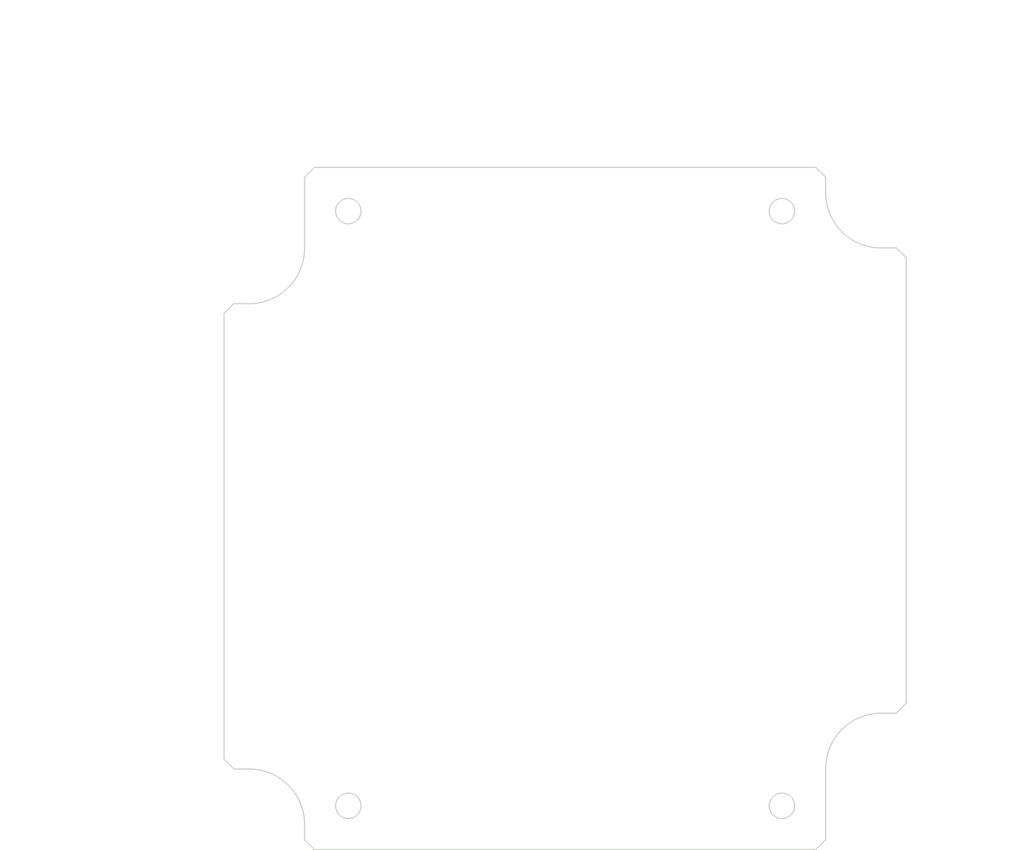
<source format=kicad_pcb>
(kicad_pcb (version 20221018) (generator pcbnew)

  (general
    (thickness 1.6)
  )

  (paper "A4")
  (layers
    (0 "F.Cu" signal)
    (31 "B.Cu" signal)
    (32 "B.Adhes" user "B.Adhesive")
    (33 "F.Adhes" user "F.Adhesive")
    (34 "B.Paste" user)
    (35 "F.Paste" user)
    (36 "B.SilkS" user "B.Silkscreen")
    (37 "F.SilkS" user "F.Silkscreen")
    (38 "B.Mask" user)
    (39 "F.Mask" user)
    (40 "Dwgs.User" user "User.Drawings")
    (41 "Cmts.User" user "User.Comments")
    (42 "Eco1.User" user "User.Eco1")
    (43 "Eco2.User" user "User.Eco2")
    (44 "Edge.Cuts" user)
    (45 "Margin" user)
    (46 "B.CrtYd" user "B.Courtyard")
    (47 "F.CrtYd" user "F.Courtyard")
    (48 "B.Fab" user)
    (49 "F.Fab" user)
  )

  (setup
    (pad_to_mask_clearance 0.051)
    (solder_mask_min_width 0.25)
    (pcbplotparams
      (layerselection 0x00010fc_ffffffff)
      (plot_on_all_layers_selection 0x0000000_00000000)
      (disableapertmacros false)
      (usegerberextensions false)
      (usegerberattributes false)
      (usegerberadvancedattributes false)
      (creategerberjobfile false)
      (dashed_line_dash_ratio 12.000000)
      (dashed_line_gap_ratio 3.000000)
      (svgprecision 4)
      (plotframeref false)
      (viasonmask false)
      (mode 1)
      (useauxorigin false)
      (hpglpennumber 1)
      (hpglpenspeed 20)
      (hpglpendiameter 15.000000)
      (dxfpolygonmode true)
      (dxfimperialunits true)
      (dxfusepcbnewfont true)
      (psnegative false)
      (psa4output false)
      (plotreference true)
      (plotvalue true)
      (plotinvisibletext false)
      (sketchpadsonfab false)
      (subtractmaskfromsilk false)
      (outputformat 1)
      (mirror false)
      (drillshape 1)
      (scaleselection 1)
      (outputdirectory "")
    )
  )

  (net 0 "")

  (gr_line (start 97.480234 80.472507) (end 90.061938 80.472507)
    (stroke (width 0.2) (type solid)) (layer "Dwgs.User") (tstamp 0064a71a-05e4-434b-9e77-b71ccf4f0a60))
  (gr_line (start 78.617945 70.885007) (end 78.617945 106.927616)
    (stroke (width 0.2) (type solid)) (layer "Dwgs.User") (tstamp 02ca2724-3893-4663-9484-5b78e6755c6a))
  (gr_line (start 127.981248 66.324421) (end 125.981248 66.324421)
    (stroke (width 0.2) (type solid)) (layer "Dwgs.User") (tstamp 078c30d2-9397-4303-8d36-388ceba6470b))
  (gr_line (start 206.350251 144.412558) (end 204.350251 144.412558)
    (stroke (width 0.2) (type solid)) (layer "Dwgs.User") (tstamp 17c2d40b-c3f0-4c89-87f8-7215a1b94e8f))
  (gr_line (start 108.480234 35.196133) (end 99.480234 35.196133)
    (stroke (width 0.2) (type solid)) (layer "Dwgs.User") (tstamp 18a01c82-d95a-4dd9-8d8e-441733572aae))
  (gr_line (start 111.067734 46.885007) (end 88.364799 46.885007)
    (stroke (width 0.2) (type solid)) (layer "Dwgs.User") (tstamp 36d7e329-6795-49da-8a7a-8b2bdf24d853))
  (gr_line (start 117.539799 54.034571) (end 117.539799 53.854571)
    (stroke (width 0.2) (type solid)) (layer "Dwgs.User") (tstamp 37eab8d9-b8f7-4f2a-94fb-5db83e13e8f6))
  (gr_line (start 122.153271 46.885007) (end 122.153271 41.640577)
    (stroke (width 0.2) (type solid)) (layer "Dwgs.User") (tstamp 445322d3-ffb2-44de-982f-8cee8ad84765))
  (gr_line (start 110.480234 47.472507) (end 110.480234 25.576688)
    (stroke (width 0.2) (type solid)) (layer "Dwgs.User") (tstamp 47f81315-1caf-4017-ac4d-d47de0000aa0))
  (gr_line (start 122.153271 41.640577) (end 124.153271 41.640577)
    (stroke (width 0.2) (type solid)) (layer "Dwgs.User") (tstamp 4ea03b62-1149-46c2-b92d-27f669226c6c))
  (gr_line (start 115.539799 80.472507) (end 99.480234 80.472507)
    (stroke (width 0.2) (type solid)) (layer "Dwgs.User") (tstamp 5422bf51-4be5-49cd-ac89-fde50053deff))
  (gr_line (start 100.539799 68.885007) (end 88.364799 68.885007)
    (stroke (width 0.2) (type solid)) (layer "Dwgs.User") (tstamp 596fcb4c-9d95-4d41-98b4-f7708840bf03))
  (gr_line (start 222.595 55.944571) (end 222.595 98.387136)
    (stroke (width 0.2) (type solid)) (layer "Dwgs.User") (tstamp 5b1dae90-85e1-487e-8675-3243284b38f0))
  (gr_line (start 97.480234 35.196133) (end 94.216658 35.196133)
    (stroke (width 0.2) (type solid)) (layer "Dwgs.User") (tstamp 5d40dcc2-85a4-471d-a4b5-9c989d546801))
  (gr_line (start 112.480234 28.751688) (end 153.738763 28.751688)
    (stroke (width 0.2) (type solid)) (layer "Dwgs.User") (tstamp 5d9a22b7-aa83-47b0-a748-7e47ff67f369))
  (gr_line (start 194.599363 47.472507) (end 194.599363 25.576688)
    (stroke (width 0.2) (type solid)) (layer "Dwgs.User") (tstamp 5da7a80d-2731-4c2c-b9a9-ba5a6a143533))
  (gr_line (start 99.480234 23.138785) (end 138.204519 23.138785)
    (stroke (width 0.2) (type solid)) (layer "Dwgs.User") (tstamp 6b0c531c-6211-49eb-8a88-ec8c48855652))
  (gr_line (start 91.539799 66.885007) (end 91.539799 66.460887)
    (stroke (width 0.2) (type solid)) (layer "Dwgs.User") (tstamp 6f7a9129-a27c-44e3-b99b-44e08fd23ce2))
  (gr_line (start 118.539799 53.944571) (end 125.328271 53.944571)
    (stroke (width 0.2) (type solid)) (layer "Dwgs.User") (tstamp 744e9ddc-4a9f-4b52-bcd4-4117db3ad74e))
  (gr_line (start 125.981248 66.324421) (end 119.821432 57.290711)
    (stroke (width 0.2) (type solid)) (layer "Dwgs.User") (tstamp 7cd89112-23be-4675-a76c-a390f2ff087a))
  (gr_line (start 119.539799 35.611903) (end 141.04054 35.611903)
    (stroke (width 0.2) (type solid)) (layer "Dwgs.User") (tstamp 7da47e29-e1a7-4c03-8c70-4c2eb782bcf2))
  (gr_line (start 78.617945 142.004136) (end 78.617945 114.042486)
    (stroke (width 0.2) (type solid)) (layer "Dwgs.User") (tstamp 84acb79e-e5c0-459b-b2b6-fa6cd9aec0b2))
  (gr_line (start 187.539799 52.944571) (end 187.539799 32.436903)
    (stroke (width 0.2) (type solid)) (layer "Dwgs.User") (tstamp 86a71f3e-8ae4-4642-b919-0c96bd557a88))
  (gr_line (start 207.599363 60.472507) (end 207.599363 19.963785)
    (stroke (width 0.2) (type solid)) (layer "Dwgs.User") (tstamp 8704d10b-7ab6-439c-8748-c9976a4f187e))
  (gr_line (start 91.539799 48.885007) (end 91.539799 59.346016)
    (stroke (width 0.2) (type solid)) (layer "Dwgs.User") (tstamp 8abe1a08-3e86-4203-af45-f336c34bcae0))
  (gr_line (start 185.539799 35.611903) (end 149.129762 35.611903)
    (stroke (width 0.2) (type solid)) (layer "Dwgs.User") (tstamp a3d70f36-5287-42a8-810b-53e25d246f72))
  (gr_line (start 205.599363 23.138785) (end 147.60295 23.138785)
    (stroke (width 0.2) (type solid)) (layer "Dwgs.User") (tstamp a73ad9cd-369c-4b59-8c91-a40ee9114986))
  (gr_line (start 122.153271 51.944571) (end 122.153271 48.885007)
    (stroke (width 0.2) (type solid)) (layer "Dwgs.User") (tstamp afe98a98-ae7e-4993-8e76-c3ca3b6cfb84))
  (gr_line (start 117.449799 53.944571) (end 117.629799 53.944571)
    (stroke (width 0.2) (type solid)) (layer "Dwgs.User") (tstamp b25d9746-9e31-483c-914e-13ba5d0da992))
  (gr_line (start 111.067734 157.004136) (end 62.892734 157.004136)
    (stroke (width 0.2) (type solid)) (layer "Dwgs.User") (tstamp bc04e846-1ec9-4949-ae4e-a807e94ecb17))
  (gr_line (start 222.595 147.944571) (end 222.595 105.502006)
    (stroke (width 0.2) (type solid)) (layer "Dwgs.User") (tstamp c1f6ea4f-de0f-47b8-866e-87a7a7578a23))
  (gr_line (start 110.480234 47.472507) (end 110.480234 32.021133)
    (stroke (width 0.2) (type solid)) (layer "Dwgs.User") (tstamp c44c4b19-b23a-4ffa-8067-25598483df1e))
  (gr_line (start 97.480234 69.472507) (end 97.480234 19.963785)
    (stroke (width 0.2) (type solid)) (layer "Dwgs.User") (tstamp c6e36880-378f-4210-9ef1-061e5d15a42b))
  (gr_line (start 111.067734 46.885007) (end 62.892734 46.885007)
    (stroke (width 0.2) (type solid)) (layer "Dwgs.User") (tstamp caf0738c-d33a-426b-bf8e-f8ea708a72ab))
  (gr_line (start 204.350251 144.412558) (end 197.529436 140.473955)
    (stroke (width 0.2) (type solid)) (layer "Dwgs.User") (tstamp cda9c86e-0f3c-4dbd-b49b-ea0e93b6d0bc))
  (gr_line (start 66.067734 48.885007) (end 66.067734 93.606527)
    (stroke (width 0.2) (type solid)) (layer "Dwgs.User") (tstamp d5d21132-34f6-4ae2-a900-5b60ef9a2a18))
  (gr_line (start 66.067734 155.004136) (end 66.067734 100.721398)
    (stroke (width 0.2) (type solid)) (layer "Dwgs.User") (tstamp d9bc9d9e-f4c9-4512-baa2-23dfd302b520))
  (gr_line (start 98.067734 68.885007) (end 75.442945 68.885007)
    (stroke (width 0.2) (type solid)) (layer "Dwgs.User") (tstamp da00322e-bd98-44de-a253-b6752d639d15))
  (gr_line (start 188.539799 53.944571) (end 225.77 53.944571)
    (stroke (width 0.2) (type solid)) (layer "Dwgs.User") (tstamp dad2db40-9ab1-40be-850e-8196f01d106b))
  (gr_line (start 117.539799 52.944571) (end 117.539799 32.436903)
    (stroke (width 0.2) (type solid)) (layer "Dwgs.User") (tstamp de82f352-0df1-4a3a-9129-7f024ba71ab8))
  (gr_line (start 97.480234 69.472507) (end 97.480234 32.021133)
    (stroke (width 0.2) (type solid)) (layer "Dwgs.User") (tstamp df9a36b1-8952-4ee4-af78-8540191b5f7f))
  (gr_line (start 98.067734 144.004136) (end 75.442945 144.004136)
    (stroke (width 0.2) (type solid)) (layer "Dwgs.User") (tstamp e3ce9c9b-c794-4d7f-80e3-245a0ed9ef55))
  (gr_line (start 188.539799 149.944571) (end 225.77 149.944571)
    (stroke (width 0.2) (type solid)) (layer "Dwgs.User") (tstamp e982c143-cbff-4374-8374-f3af6c03d8c5))
  (gr_line (start 192.599363 28.751688) (end 161.81639 28.751688)
    (stroke (width 0.2) (type solid)) (layer "Dwgs.User") (tstamp ed79e7c5-d127-43bf-8768-3a8d8912a679))
  (gr_line (start 117.539799 54.944571) (end 117.539799 83.647507)
    (stroke (width 0.2) (type solid)) (layer "Dwgs.User") (tstamp f3ea6eb9-fd4d-4e96-ad9b-45d21377370d))
  (gr_line (start 101.539799 68.885007) (end 99.067734 68.885007)
    (stroke (width 0.2) (type solid)) (layer "Edge.Cuts") (tstamp 08c8e1db-482f-4651-a04f-093ec0a25ee2))
  (gr_line (start 97.480234 142.416636) (end 99.067734 144.004136)
    (stroke (width 0.2) (type solid)) (layer "Edge.Cuts") (tstamp 0cefad18-2aca-4de2-bce9-4a1cd9f63c24))
  (gr_circle (center 187.539799 53.944571) (end 189.589799 53.944571)
    (stroke (width 0.2) (type solid)) (fill none) (layer "Edge.Cuts") (tstamp 0cf6d4d9-a468-4488-919f-c6abd7efa9c2))
  (gr_line (start 194.599363 50.944571) (end 194.599363 48.472507)
    (stroke (width 0.2) (type solid)) (layer "Edge.Cuts") (tstamp 0ee43906-ddeb-4486-ba35-980f7f0fd882))
  (gr_line (start 112.067734 46.885007) (end 110.480234 48.472507)
    (stroke (width 0.2) (type solid)) (layer "Edge.Cuts") (tstamp 180ef5a2-8945-4733-95f1-2e2f770de200))
  (gr_circle (center 187.539799 149.944571) (end 189.589799 149.944571)
    (stroke (width 0.2) (type solid)) (fill none) (layer "Edge.Cuts") (tstamp 1ce12851-9655-4edb-9667-b65c7e07f44b))
  (gr_line (start 194.599363 48.472507) (end 193.011863 46.885007)
    (stroke (width 0.2) (type solid)) (layer "Edge.Cuts") (tstamp 21dfed33-c635-4d18-98c9-19a70e7c6d9a))
  (gr_arc (start 194.599364 143.944571) (mid 197.217957 137.622729) (end 203.539799 135.004136)
    (stroke (width 0.2) (type solid)) (layer "Edge.Cuts") (tstamp 2510a6c4-cb1e-4260-850c-bc02219805fd))
  (gr_circle (center 117.539799 53.944571) (end 119.589799 53.944571)
    (stroke (width 0.2) (type solid)) (fill none) (layer "Edge.Cuts") (tstamp 291fc1a4-41b3-4438-9e5a-bc5e1f5ab096))
  (gr_arc (start 101.539799 144.004136) (mid 107.861641 146.622729) (end 110.480234 152.944571)
    (stroke (width 0.2) (type solid)) (layer "Edge.Cuts") (tstamp 29724299-6e51-44e9-83ce-7934cb19a20f))
  (gr_line (start 203.539799 135.004136) (end 206.011863 135.004136)
    (stroke (width 0.2) (type solid)) (layer "Edge.Cuts") (tstamp 2fcbee7a-e778-4961-bc88-d677e32ee667))
  (gr_line (start 207.599363 133.416636) (end 207.599363 61.472507)
    (stroke (width 0.2) (type solid)) (layer "Edge.Cuts") (tstamp 42699c32-9b20-484a-8721-b068583a397d))
  (gr_line (start 207.599363 61.472507) (end 206.011863 59.885007)
    (stroke (width 0.2) (type solid)) (layer "Edge.Cuts") (tstamp 6817398e-c14e-4eda-82c4-e27c2c6be04a))
  (gr_line (start 99.067734 144.004136) (end 101.539799 144.004136)
    (stroke (width 0.2) (type solid)) (layer "Edge.Cuts") (tstamp 695bbb60-7746-4887-98ad-69b7381aacd4))
  (gr_arc (start 203.539799 59.885007) (mid 197.217956 57.266414) (end 194.599363 50.944571)
    (stroke (width 0.2) (type solid)) (layer "Edge.Cuts") (tstamp 76f9112d-a042-4d7c-9898-2616b26f3e47))
  (gr_line (start 193.011863 46.885007) (end 112.067734 46.885007)
    (stroke (width 0.2) (type solid)) (layer "Edge.Cuts") (tstamp 8013b643-4712-49f5-ac0a-5884f4f213bc))
  (gr_line (start 112.067734 157.004136) (end 193.011863 157.004136)
    (stroke (width 0.2) (type solid)) (layer "Edge.Cuts") (tstamp 887c0b21-9c16-49a8-af30-e9321acbf601))
  (gr_line (start 110.480234 152.944571) (end 110.480234 155.416636)
    (stroke (width 0.2) (type solid)) (layer "Edge.Cuts") (tstamp 8f04b95f-1185-46d5-b79e-433081148d3f))
  (gr_arc (start 110.480235 59.944571) (mid 107.861642 66.266414) (end 101.539799 68.885007)
    (stroke (width 0.2) (type solid)) (layer "Edge.Cuts") (tstamp 9893fc42-e491-4cda-8384-3bd6982736fc))
  (gr_line (start 193.011863 157.004136) (end 194.599363 155.416636)
    (stroke (width 0.2) (type solid)) (layer "Edge.Cuts") (tstamp 9dbafded-ec71-4b00-8b6e-340fd7af086c))
  (gr_line (start 194.599363 155.416636) (end 194.599363 143.944571)
    (stroke (width 0.2) (type solid)) (layer "Edge.Cuts") (tstamp b09414f8-3939-4bb7-b033-4f03f044dabc))
  (gr_circle (center 117.539799 149.944571) (end 119.589799 149.944571)
    (stroke (width 0.2) (type solid)) (fill none) (layer "Edge.Cuts") (tstamp b1a97b92-0fa7-46b9-96bc-5ede57017109))
  (gr_line (start 97.480234 70.472507) (end 97.480234 142.416636)
    (stroke (width 0.2) (type solid)) (layer "Edge.Cuts") (tstamp b56be6dd-d3d9-455b-8f41-5d162d4a53ee))
  (gr_line (start 110.480234 48.472507) (end 110.480234 59.944571)
    (stroke (width 0.2) (type solid)) (layer "Edge.Cuts") (tstamp b5bbefc6-a50a-4d44-9ef3-9592995f33f5))
  (gr_line (start 110.480234 155.416636) (end 112.067734 157.004136)
    (stroke (width 0.2) (type solid)) (layer "Edge.Cuts") (tstamp bc1629cd-269c-4bd8-83f8-170013bf263e))
  (gr_line (start 99.067734 68.885007) (end 97.480234 70.472507)
    (stroke (width 0.2) (type solid)) (layer "Edge.Cuts") (tstamp c304a642-1dd8-4f2d-90ef-6b20988ce89c))
  (gr_line (start 206.011863 59.885007) (end 203.539799 59.885007)
    (stroke (width 0.2) (type solid)) (layer "Edge.Cuts") (tstamp ce5ea1ac-a24b-47ea-a83a-3fce0af82521))
  (gr_line (start 206.011863 135.004136) (end 207.599363 133.416636)
    (stroke (width 0.2) (type solid)) (layer "Edge.Cuts") (tstamp fbdab504-f8f2-40b9-9b5e-2745fb54f624))
  (gr_text " 84.12" (at 157.777576 27.083714) (layer "Dwgs.User") (tstamp 02c11dcc-23d9-4dcb-9bef-7d3c5508a0cf)
    (effects (font (size 1.7 1.53) (thickness 0.2125)))
  )
  (gr_text "[3.78]" (at 222.595 103.834032) (layer "Dwgs.User") (tstamp 0804857f-7671-4c74-817a-6de2fb37a1ea)
    (effects (font (size 1.7 1.53) (thickness 0.2125)))
  )
  (gr_text "[2.96]" (at 78.617945 112.374512) (layer "Dwgs.User") (tstamp 15a710d2-61a0-4c8a-a3f2-428d68002c6f)
    (effects (font (size 1.7 1.53) (thickness 0.2125)))
  )
  (gr_text "[2.76]" (at 145.085151 37.501365) (layer "Dwgs.User") (tstamp 1df027be-de90-4d69-aee8-43e89fdc0440)
    (effects (font (size 1.7 1.53) (thickness 0.2125)))
  )
  (gr_text "[4.34]" (at 66.067734 99.053424) (layer "Dwgs.User") (tstamp 45906385-c8c7-4fdc-9d13-acaa50bf14fc)
    (effects (font (size 1.7 1.53) (thickness 0.2125)))
  )
  (gr_text "[.28]" (at 127.539799 43.530039) (layer "Dwgs.User") (tstamp 52dcd9f7-d931-48c2-ad25-1b2c63a82fbd)
    (effects (font (size 1.7 1.53) (thickness 0.2125)))
  )
  (gr_text "[.51]" (at 90.172047 37.085594) (layer "Dwgs.User") (tstamp 66993174-c722-487e-9e39-f45ec4153c2c)
    (effects (font (size 1.7 1.53) (thickness 0.2125)))
  )
  (gr_text " 7.06" (at 127.539799 39.972603) (layer "Dwgs.User") (tstamp 6c8d23f5-d191-41a1-a0f4-3f6767f7fc2f)
    (effects (font (size 1.7 1.53) (thickness 0.2125)))
  )
  (gr_text "[R0.35]" (at 210.821022 146.302019) (layer "Dwgs.User") (tstamp 72d1fea1-4f0b-4f98-9a36-c2c5e263baf0)
    (effects (font (size 1.7 1.53) (thickness 0.2125)))
  )
  (gr_text "[4.34]" (at 142.903735 25.028246) (layer "Dwgs.User") (tstamp 808b50c0-1bb8-42c8-991c-7e230e66647c)
    (effects (font (size 1.7 1.53) (thickness 0.2125)))
  )
  (gr_text " 70.00" (at 145.085151 33.943929) (layer "Dwgs.User") (tstamp 869f842b-a3d4-425a-8724-72eb6285ed14)
    (effects (font (size 1.7 1.53) (thickness 0.2125)))
  )
  (gr_text "[.79]" (at 86.015007 82.361968) (layer "Dwgs.User") (tstamp 97d0c61c-ec26-44e7-bc03-1318fae24e95)
    (effects (font (size 1.7 1.53) (thickness 0.2125)))
  )
  (gr_text "[.87]" (at 91.539799 64.792913) (layer "Dwgs.User") (tstamp a11f2707-c90b-460f-a1bf-431778a2b58f)
    (effects (font (size 1.7 1.53) (thickness 0.2125)))
  )
  (gr_text " 110.12" (at 142.903735 21.470811) (layer "Dwgs.User") (tstamp add8b15d-4089-4d9a-b53a-6c92f1df2382)
    (effects (font (size 1.7 1.53) (thickness 0.2125)))
  )
  (gr_text "[3.31]" (at 157.777576 30.641149) (layer "Dwgs.User") (tstamp b72234ce-8116-41d1-88d5-183ba4b18e92)
    (effects (font (size 1.7 1.53) (thickness 0.2125)))
  )
  (gr_text " ∅4.10\n[∅0.16]" (at 132.518117 66.324421) (layer "Dwgs.User") (tstamp bc55d8c8-aec4-4d7d-8302-76966ba81295)
    (effects (font (size 1.7 1.53) (thickness 0.2125)))
  )
  (gr_text " 22.00" (at 91.539799 61.235478) (layer "Dwgs.User") (tstamp d376a556-cfdb-4138-893a-7dc467518f5b)
    (effects (font (size 1.7 1.53) (thickness 0.2125)))
  )
  (gr_text " 75.12" (at 78.617945 108.817077) (layer "Dwgs.User") (tstamp d37ee8b9-dfc2-41d8-a0ae-705c39c43e1c)
    (effects (font (size 1.7 1.53) (thickness 0.2125)))
  )
  (gr_text " 13.00" (at 90.172047 33.527579) (layer "Dwgs.User") (tstamp da22555c-3948-4513-a84d-96c900808275)
    (effects (font (size 1.7 1.53) (thickness 0.2125)))
  )
  (gr_text " 20.06" (at 86.015007 78.804533) (layer "Dwgs.User") (tstamp dd970ff6-6b85-484b-bfbd-5421c1e75edf)
    (effects (font (size 1.7 1.53) (thickness 0.2125)))
  )
  (gr_text " R8.94" (at 210.821022 142.744583) (layer "Dwgs.User") (tstamp e16246cc-2a26-4268-b25d-cf1ce47f36ba)
    (effects (font (size 1.7 1.53) (thickness 0.2125)))
  )
  (gr_text " 96.00" (at 222.595 100.276597) (layer "Dwgs.User") (tstamp f3d3bdd4-4b6d-47d0-99a0-8e1e0795c267)
    (effects (font (size 1.7 1.53) (thickness 0.2125)))
  )
  (gr_text " 110.12" (at 66.067734 95.495988) (layer "Dwgs.User") (tstamp f621d575-c7f9-48f8-b08d-49d4e000c644)
    (effects (font (size 1.7 1.53) (thickness 0.2125)))
  )

)

</source>
